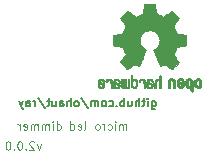
<source format=gbr>
%TF.GenerationSoftware,KiCad,Pcbnew,(6.0.9-0)*%
%TF.CreationDate,2023-01-16T20:49:35+01:00*%
%TF.ProjectId,ray2,72617932-2e6b-4696-9361-645f70636258,rev?*%
%TF.SameCoordinates,Original*%
%TF.FileFunction,Legend,Bot*%
%TF.FilePolarity,Positive*%
%FSLAX46Y46*%
G04 Gerber Fmt 4.6, Leading zero omitted, Abs format (unit mm)*
G04 Created by KiCad (PCBNEW (6.0.9-0)) date 2023-01-16 20:49:35*
%MOMM*%
%LPD*%
G01*
G04 APERTURE LIST*
%ADD10C,0.120000*%
%ADD11C,0.150000*%
%ADD12C,0.010000*%
G04 APERTURE END LIST*
D10*
X142156666Y-105886666D02*
X142156666Y-105420000D01*
X142156666Y-105486666D02*
X142123333Y-105453333D01*
X142056666Y-105420000D01*
X141956666Y-105420000D01*
X141890000Y-105453333D01*
X141856666Y-105520000D01*
X141856666Y-105886666D01*
X141856666Y-105520000D02*
X141823333Y-105453333D01*
X141756666Y-105420000D01*
X141656666Y-105420000D01*
X141590000Y-105453333D01*
X141556666Y-105520000D01*
X141556666Y-105886666D01*
X141223333Y-105886666D02*
X141223333Y-105420000D01*
X141223333Y-105186666D02*
X141256666Y-105220000D01*
X141223333Y-105253333D01*
X141190000Y-105220000D01*
X141223333Y-105186666D01*
X141223333Y-105253333D01*
X140590000Y-105853333D02*
X140656666Y-105886666D01*
X140790000Y-105886666D01*
X140856666Y-105853333D01*
X140890000Y-105820000D01*
X140923333Y-105753333D01*
X140923333Y-105553333D01*
X140890000Y-105486666D01*
X140856666Y-105453333D01*
X140790000Y-105420000D01*
X140656666Y-105420000D01*
X140590000Y-105453333D01*
X140290000Y-105886666D02*
X140290000Y-105420000D01*
X140290000Y-105553333D02*
X140256666Y-105486666D01*
X140223333Y-105453333D01*
X140156666Y-105420000D01*
X140090000Y-105420000D01*
X139756666Y-105886666D02*
X139823333Y-105853333D01*
X139856666Y-105820000D01*
X139890000Y-105753333D01*
X139890000Y-105553333D01*
X139856666Y-105486666D01*
X139823333Y-105453333D01*
X139756666Y-105420000D01*
X139656666Y-105420000D01*
X139590000Y-105453333D01*
X139556666Y-105486666D01*
X139523333Y-105553333D01*
X139523333Y-105753333D01*
X139556666Y-105820000D01*
X139590000Y-105853333D01*
X139656666Y-105886666D01*
X139756666Y-105886666D01*
X138590000Y-105886666D02*
X138656666Y-105853333D01*
X138690000Y-105786666D01*
X138690000Y-105186666D01*
X138056666Y-105853333D02*
X138123333Y-105886666D01*
X138256666Y-105886666D01*
X138323333Y-105853333D01*
X138356666Y-105786666D01*
X138356666Y-105520000D01*
X138323333Y-105453333D01*
X138256666Y-105420000D01*
X138123333Y-105420000D01*
X138056666Y-105453333D01*
X138023333Y-105520000D01*
X138023333Y-105586666D01*
X138356666Y-105653333D01*
X137423333Y-105886666D02*
X137423333Y-105186666D01*
X137423333Y-105853333D02*
X137490000Y-105886666D01*
X137623333Y-105886666D01*
X137690000Y-105853333D01*
X137723333Y-105820000D01*
X137756666Y-105753333D01*
X137756666Y-105553333D01*
X137723333Y-105486666D01*
X137690000Y-105453333D01*
X137623333Y-105420000D01*
X137490000Y-105420000D01*
X137423333Y-105453333D01*
X136256666Y-105886666D02*
X136256666Y-105186666D01*
X136256666Y-105853333D02*
X136323333Y-105886666D01*
X136456666Y-105886666D01*
X136523333Y-105853333D01*
X136556666Y-105820000D01*
X136590000Y-105753333D01*
X136590000Y-105553333D01*
X136556666Y-105486666D01*
X136523333Y-105453333D01*
X136456666Y-105420000D01*
X136323333Y-105420000D01*
X136256666Y-105453333D01*
X135923333Y-105886666D02*
X135923333Y-105420000D01*
X135923333Y-105186666D02*
X135956666Y-105220000D01*
X135923333Y-105253333D01*
X135890000Y-105220000D01*
X135923333Y-105186666D01*
X135923333Y-105253333D01*
X135590000Y-105886666D02*
X135590000Y-105420000D01*
X135590000Y-105486666D02*
X135556666Y-105453333D01*
X135490000Y-105420000D01*
X135390000Y-105420000D01*
X135323333Y-105453333D01*
X135290000Y-105520000D01*
X135290000Y-105886666D01*
X135290000Y-105520000D02*
X135256666Y-105453333D01*
X135190000Y-105420000D01*
X135090000Y-105420000D01*
X135023333Y-105453333D01*
X134990000Y-105520000D01*
X134990000Y-105886666D01*
X134656666Y-105886666D02*
X134656666Y-105420000D01*
X134656666Y-105486666D02*
X134623333Y-105453333D01*
X134556666Y-105420000D01*
X134456666Y-105420000D01*
X134390000Y-105453333D01*
X134356666Y-105520000D01*
X134356666Y-105886666D01*
X134356666Y-105520000D02*
X134323333Y-105453333D01*
X134256666Y-105420000D01*
X134156666Y-105420000D01*
X134090000Y-105453333D01*
X134056666Y-105520000D01*
X134056666Y-105886666D01*
X133456666Y-105853333D02*
X133523333Y-105886666D01*
X133656666Y-105886666D01*
X133723333Y-105853333D01*
X133756666Y-105786666D01*
X133756666Y-105520000D01*
X133723333Y-105453333D01*
X133656666Y-105420000D01*
X133523333Y-105420000D01*
X133456666Y-105453333D01*
X133423333Y-105520000D01*
X133423333Y-105586666D01*
X133756666Y-105653333D01*
X133123333Y-105886666D02*
X133123333Y-105420000D01*
X133123333Y-105553333D02*
X133090000Y-105486666D01*
X133056666Y-105453333D01*
X132990000Y-105420000D01*
X132923333Y-105420000D01*
D11*
X144296666Y-103450000D02*
X144296666Y-104016666D01*
X144330000Y-104083333D01*
X144363333Y-104116666D01*
X144430000Y-104150000D01*
X144530000Y-104150000D01*
X144596666Y-104116666D01*
X144296666Y-103883333D02*
X144363333Y-103916666D01*
X144496666Y-103916666D01*
X144563333Y-103883333D01*
X144596666Y-103850000D01*
X144630000Y-103783333D01*
X144630000Y-103583333D01*
X144596666Y-103516666D01*
X144563333Y-103483333D01*
X144496666Y-103450000D01*
X144363333Y-103450000D01*
X144296666Y-103483333D01*
X143963333Y-103916666D02*
X143963333Y-103450000D01*
X143963333Y-103216666D02*
X143996666Y-103250000D01*
X143963333Y-103283333D01*
X143930000Y-103250000D01*
X143963333Y-103216666D01*
X143963333Y-103283333D01*
X143730000Y-103450000D02*
X143463333Y-103450000D01*
X143630000Y-103216666D02*
X143630000Y-103816666D01*
X143596666Y-103883333D01*
X143530000Y-103916666D01*
X143463333Y-103916666D01*
X143230000Y-103916666D02*
X143230000Y-103216666D01*
X142930000Y-103916666D02*
X142930000Y-103550000D01*
X142963333Y-103483333D01*
X143030000Y-103450000D01*
X143130000Y-103450000D01*
X143196666Y-103483333D01*
X143230000Y-103516666D01*
X142296666Y-103450000D02*
X142296666Y-103916666D01*
X142596666Y-103450000D02*
X142596666Y-103816666D01*
X142563333Y-103883333D01*
X142496666Y-103916666D01*
X142396666Y-103916666D01*
X142330000Y-103883333D01*
X142296666Y-103850000D01*
X141963333Y-103916666D02*
X141963333Y-103216666D01*
X141963333Y-103483333D02*
X141896666Y-103450000D01*
X141763333Y-103450000D01*
X141696666Y-103483333D01*
X141663333Y-103516666D01*
X141630000Y-103583333D01*
X141630000Y-103783333D01*
X141663333Y-103850000D01*
X141696666Y-103883333D01*
X141763333Y-103916666D01*
X141896666Y-103916666D01*
X141963333Y-103883333D01*
X141330000Y-103850000D02*
X141296666Y-103883333D01*
X141330000Y-103916666D01*
X141363333Y-103883333D01*
X141330000Y-103850000D01*
X141330000Y-103916666D01*
X140696666Y-103883333D02*
X140763333Y-103916666D01*
X140896666Y-103916666D01*
X140963333Y-103883333D01*
X140996666Y-103850000D01*
X141030000Y-103783333D01*
X141030000Y-103583333D01*
X140996666Y-103516666D01*
X140963333Y-103483333D01*
X140896666Y-103450000D01*
X140763333Y-103450000D01*
X140696666Y-103483333D01*
X140296666Y-103916666D02*
X140363333Y-103883333D01*
X140396666Y-103850000D01*
X140430000Y-103783333D01*
X140430000Y-103583333D01*
X140396666Y-103516666D01*
X140363333Y-103483333D01*
X140296666Y-103450000D01*
X140196666Y-103450000D01*
X140130000Y-103483333D01*
X140096666Y-103516666D01*
X140063333Y-103583333D01*
X140063333Y-103783333D01*
X140096666Y-103850000D01*
X140130000Y-103883333D01*
X140196666Y-103916666D01*
X140296666Y-103916666D01*
X139763333Y-103916666D02*
X139763333Y-103450000D01*
X139763333Y-103516666D02*
X139730000Y-103483333D01*
X139663333Y-103450000D01*
X139563333Y-103450000D01*
X139496666Y-103483333D01*
X139463333Y-103550000D01*
X139463333Y-103916666D01*
X139463333Y-103550000D02*
X139430000Y-103483333D01*
X139363333Y-103450000D01*
X139263333Y-103450000D01*
X139196666Y-103483333D01*
X139163333Y-103550000D01*
X139163333Y-103916666D01*
X138330000Y-103183333D02*
X138930000Y-104083333D01*
X137996666Y-103916666D02*
X138063333Y-103883333D01*
X138096666Y-103850000D01*
X138130000Y-103783333D01*
X138130000Y-103583333D01*
X138096666Y-103516666D01*
X138063333Y-103483333D01*
X137996666Y-103450000D01*
X137896666Y-103450000D01*
X137830000Y-103483333D01*
X137796666Y-103516666D01*
X137763333Y-103583333D01*
X137763333Y-103783333D01*
X137796666Y-103850000D01*
X137830000Y-103883333D01*
X137896666Y-103916666D01*
X137996666Y-103916666D01*
X137463333Y-103916666D02*
X137463333Y-103216666D01*
X137163333Y-103916666D02*
X137163333Y-103550000D01*
X137196666Y-103483333D01*
X137263333Y-103450000D01*
X137363333Y-103450000D01*
X137430000Y-103483333D01*
X137463333Y-103516666D01*
X136530000Y-103916666D02*
X136530000Y-103550000D01*
X136563333Y-103483333D01*
X136630000Y-103450000D01*
X136763333Y-103450000D01*
X136830000Y-103483333D01*
X136530000Y-103883333D02*
X136596666Y-103916666D01*
X136763333Y-103916666D01*
X136830000Y-103883333D01*
X136863333Y-103816666D01*
X136863333Y-103750000D01*
X136830000Y-103683333D01*
X136763333Y-103650000D01*
X136596666Y-103650000D01*
X136530000Y-103616666D01*
X135896666Y-103450000D02*
X135896666Y-103916666D01*
X136196666Y-103450000D02*
X136196666Y-103816666D01*
X136163333Y-103883333D01*
X136096666Y-103916666D01*
X135996666Y-103916666D01*
X135930000Y-103883333D01*
X135896666Y-103850000D01*
X135663333Y-103450000D02*
X135396666Y-103450000D01*
X135563333Y-103216666D02*
X135563333Y-103816666D01*
X135530000Y-103883333D01*
X135463333Y-103916666D01*
X135396666Y-103916666D01*
X134663333Y-103183333D02*
X135263333Y-104083333D01*
X134430000Y-103916666D02*
X134430000Y-103450000D01*
X134430000Y-103583333D02*
X134396666Y-103516666D01*
X134363333Y-103483333D01*
X134296666Y-103450000D01*
X134230000Y-103450000D01*
X133696666Y-103916666D02*
X133696666Y-103550000D01*
X133730000Y-103483333D01*
X133796666Y-103450000D01*
X133930000Y-103450000D01*
X133996666Y-103483333D01*
X133696666Y-103883333D02*
X133763333Y-103916666D01*
X133930000Y-103916666D01*
X133996666Y-103883333D01*
X134030000Y-103816666D01*
X134030000Y-103750000D01*
X133996666Y-103683333D01*
X133930000Y-103650000D01*
X133763333Y-103650000D01*
X133696666Y-103616666D01*
X133430000Y-103450000D02*
X133263333Y-103916666D01*
X133096666Y-103450000D02*
X133263333Y-103916666D01*
X133330000Y-104083333D01*
X133363333Y-104116666D01*
X133430000Y-104150000D01*
D10*
X134900000Y-107110000D02*
X134733333Y-107576666D01*
X134566666Y-107110000D01*
X134333333Y-106943333D02*
X134300000Y-106910000D01*
X134233333Y-106876666D01*
X134066666Y-106876666D01*
X134000000Y-106910000D01*
X133966666Y-106943333D01*
X133933333Y-107010000D01*
X133933333Y-107076666D01*
X133966666Y-107176666D01*
X134366666Y-107576666D01*
X133933333Y-107576666D01*
X133633333Y-107510000D02*
X133600000Y-107543333D01*
X133633333Y-107576666D01*
X133666666Y-107543333D01*
X133633333Y-107510000D01*
X133633333Y-107576666D01*
X133166666Y-106876666D02*
X133100000Y-106876666D01*
X133033333Y-106910000D01*
X133000000Y-106943333D01*
X132966666Y-107010000D01*
X132933333Y-107143333D01*
X132933333Y-107310000D01*
X132966666Y-107443333D01*
X133000000Y-107510000D01*
X133033333Y-107543333D01*
X133100000Y-107576666D01*
X133166666Y-107576666D01*
X133233333Y-107543333D01*
X133266666Y-107510000D01*
X133300000Y-107443333D01*
X133333333Y-107310000D01*
X133333333Y-107143333D01*
X133300000Y-107010000D01*
X133266666Y-106943333D01*
X133233333Y-106910000D01*
X133166666Y-106876666D01*
X132633333Y-107510000D02*
X132600000Y-107543333D01*
X132633333Y-107576666D01*
X132666666Y-107543333D01*
X132633333Y-107510000D01*
X132633333Y-107576666D01*
X132166666Y-106876666D02*
X132100000Y-106876666D01*
X132033333Y-106910000D01*
X132000000Y-106943333D01*
X131966666Y-107010000D01*
X131933333Y-107143333D01*
X131933333Y-107310000D01*
X131966666Y-107443333D01*
X132000000Y-107510000D01*
X132033333Y-107543333D01*
X132100000Y-107576666D01*
X132166666Y-107576666D01*
X132233333Y-107543333D01*
X132266666Y-107510000D01*
X132300000Y-107443333D01*
X132333333Y-107310000D01*
X132333333Y-107143333D01*
X132300000Y-107010000D01*
X132266666Y-106943333D01*
X132233333Y-106910000D01*
X132166666Y-106876666D01*
%TO.C,REF\u002A\u002A*%
G36*
X141383936Y-101559911D02*
G01*
X141425807Y-101570547D01*
X141464791Y-101597062D01*
X141514965Y-101646420D01*
X141547232Y-101681279D01*
X141580844Y-101726534D01*
X141596003Y-101768951D01*
X141599539Y-101822768D01*
X141599539Y-101910850D01*
X141539470Y-101879787D01*
X141491867Y-101841936D01*
X141459261Y-101790950D01*
X141453661Y-101777088D01*
X141410992Y-101723358D01*
X141351707Y-101696417D01*
X141287061Y-101699039D01*
X141228308Y-101734000D01*
X141203450Y-101762394D01*
X141188970Y-101798718D01*
X141204470Y-101831046D01*
X141252667Y-101863565D01*
X141336274Y-101900461D01*
X141348962Y-101905557D01*
X141425078Y-101938907D01*
X141490396Y-101971793D01*
X141531953Y-101997769D01*
X141573576Y-102044167D01*
X141601247Y-102118211D01*
X141598310Y-102197670D01*
X141565571Y-102272868D01*
X141503841Y-102334131D01*
X141453858Y-102360210D01*
X141357303Y-102378470D01*
X141303647Y-102376007D01*
X141253976Y-102362687D01*
X141234919Y-102334739D01*
X141242045Y-102288710D01*
X141244118Y-102282624D01*
X141260556Y-102250349D01*
X141287926Y-102238133D01*
X141340068Y-102238950D01*
X141376884Y-102240061D01*
X141419961Y-102230528D01*
X141449475Y-102202026D01*
X141466286Y-102166935D01*
X141468161Y-102130175D01*
X141468074Y-102129961D01*
X141446279Y-102110098D01*
X141399632Y-102081192D01*
X141339278Y-102048886D01*
X141276360Y-102018823D01*
X141222023Y-101996646D01*
X141187410Y-101988000D01*
X141182260Y-101996467D01*
X141175778Y-102036309D01*
X141171339Y-102101371D01*
X141169692Y-102183385D01*
X141169309Y-102240153D01*
X141167505Y-102311648D01*
X141164558Y-102360610D01*
X141160843Y-102378769D01*
X141141424Y-102372667D01*
X141102227Y-102356095D01*
X141052462Y-102333420D01*
X141052462Y-102042509D01*
X141052780Y-101967940D01*
X141055789Y-101854701D01*
X141063454Y-101770692D01*
X141077562Y-101709520D01*
X141099899Y-101664795D01*
X141132253Y-101630124D01*
X141176410Y-101599117D01*
X141232667Y-101573528D01*
X141336540Y-101558154D01*
X141383936Y-101559911D01*
G37*
D12*
X141383936Y-101559911D02*
X141425807Y-101570547D01*
X141464791Y-101597062D01*
X141514965Y-101646420D01*
X141547232Y-101681279D01*
X141580844Y-101726534D01*
X141596003Y-101768951D01*
X141599539Y-101822768D01*
X141599539Y-101910850D01*
X141539470Y-101879787D01*
X141491867Y-101841936D01*
X141459261Y-101790950D01*
X141453661Y-101777088D01*
X141410992Y-101723358D01*
X141351707Y-101696417D01*
X141287061Y-101699039D01*
X141228308Y-101734000D01*
X141203450Y-101762394D01*
X141188970Y-101798718D01*
X141204470Y-101831046D01*
X141252667Y-101863565D01*
X141336274Y-101900461D01*
X141348962Y-101905557D01*
X141425078Y-101938907D01*
X141490396Y-101971793D01*
X141531953Y-101997769D01*
X141573576Y-102044167D01*
X141601247Y-102118211D01*
X141598310Y-102197670D01*
X141565571Y-102272868D01*
X141503841Y-102334131D01*
X141453858Y-102360210D01*
X141357303Y-102378470D01*
X141303647Y-102376007D01*
X141253976Y-102362687D01*
X141234919Y-102334739D01*
X141242045Y-102288710D01*
X141244118Y-102282624D01*
X141260556Y-102250349D01*
X141287926Y-102238133D01*
X141340068Y-102238950D01*
X141376884Y-102240061D01*
X141419961Y-102230528D01*
X141449475Y-102202026D01*
X141466286Y-102166935D01*
X141468161Y-102130175D01*
X141468074Y-102129961D01*
X141446279Y-102110098D01*
X141399632Y-102081192D01*
X141339278Y-102048886D01*
X141276360Y-102018823D01*
X141222023Y-101996646D01*
X141187410Y-101988000D01*
X141182260Y-101996467D01*
X141175778Y-102036309D01*
X141171339Y-102101371D01*
X141169692Y-102183385D01*
X141169309Y-102240153D01*
X141167505Y-102311648D01*
X141164558Y-102360610D01*
X141160843Y-102378769D01*
X141141424Y-102372667D01*
X141102227Y-102356095D01*
X141052462Y-102333420D01*
X141052462Y-102042509D01*
X141052780Y-101967940D01*
X141055789Y-101854701D01*
X141063454Y-101770692D01*
X141077562Y-101709520D01*
X141099899Y-101664795D01*
X141132253Y-101630124D01*
X141176410Y-101599117D01*
X141232667Y-101573528D01*
X141336540Y-101558154D01*
X141383936Y-101559911D01*
G36*
X142307998Y-101564034D02*
G01*
X142350850Y-101580829D01*
X142400615Y-101603503D01*
X142400615Y-102258533D01*
X142338785Y-102320363D01*
X142324662Y-102334228D01*
X142285536Y-102365046D01*
X142246078Y-102375028D01*
X142187362Y-102370433D01*
X142163456Y-102367462D01*
X142101801Y-102361176D01*
X142058692Y-102358672D01*
X142045905Y-102359055D01*
X141993446Y-102363200D01*
X141930022Y-102370433D01*
X141909730Y-102372918D01*
X141858610Y-102373895D01*
X141821207Y-102358462D01*
X141778599Y-102320363D01*
X141716769Y-102258533D01*
X141716769Y-101908343D01*
X141717251Y-101804857D01*
X141718753Y-101706192D01*
X141721089Y-101628068D01*
X141724071Y-101576662D01*
X141727509Y-101558154D01*
X141728230Y-101558204D01*
X141753203Y-101567413D01*
X141795399Y-101587707D01*
X141852549Y-101617261D01*
X141857928Y-101924746D01*
X141863308Y-102232231D01*
X141980539Y-102232231D01*
X141985885Y-101895192D01*
X141987579Y-101803574D01*
X141990005Y-101705649D01*
X141992634Y-101627906D01*
X141995246Y-101576642D01*
X141997623Y-101558154D01*
X141998306Y-101558219D01*
X142021996Y-101565020D01*
X142065546Y-101579604D01*
X142127077Y-101601054D01*
X142127376Y-101897104D01*
X142127676Y-101948532D01*
X142129754Y-102048466D01*
X142133470Y-102131925D01*
X142138430Y-102191377D01*
X142144240Y-102219287D01*
X142165024Y-102234214D01*
X142207440Y-102238825D01*
X142254077Y-102232231D01*
X142259423Y-101895192D01*
X142261336Y-101809546D01*
X142265303Y-101708172D01*
X142270491Y-101628655D01*
X142276499Y-101576736D01*
X142282927Y-101558154D01*
X142307998Y-101564034D01*
G37*
X142307998Y-101564034D02*
X142350850Y-101580829D01*
X142400615Y-101603503D01*
X142400615Y-102258533D01*
X142338785Y-102320363D01*
X142324662Y-102334228D01*
X142285536Y-102365046D01*
X142246078Y-102375028D01*
X142187362Y-102370433D01*
X142163456Y-102367462D01*
X142101801Y-102361176D01*
X142058692Y-102358672D01*
X142045905Y-102359055D01*
X141993446Y-102363200D01*
X141930022Y-102370433D01*
X141909730Y-102372918D01*
X141858610Y-102373895D01*
X141821207Y-102358462D01*
X141778599Y-102320363D01*
X141716769Y-102258533D01*
X141716769Y-101908343D01*
X141717251Y-101804857D01*
X141718753Y-101706192D01*
X141721089Y-101628068D01*
X141724071Y-101576662D01*
X141727509Y-101558154D01*
X141728230Y-101558204D01*
X141753203Y-101567413D01*
X141795399Y-101587707D01*
X141852549Y-101617261D01*
X141857928Y-101924746D01*
X141863308Y-102232231D01*
X141980539Y-102232231D01*
X141985885Y-101895192D01*
X141987579Y-101803574D01*
X141990005Y-101705649D01*
X141992634Y-101627906D01*
X141995246Y-101576642D01*
X141997623Y-101558154D01*
X141998306Y-101558219D01*
X142021996Y-101565020D01*
X142065546Y-101579604D01*
X142127077Y-101601054D01*
X142127376Y-101897104D01*
X142127676Y-101948532D01*
X142129754Y-102048466D01*
X142133470Y-102131925D01*
X142138430Y-102191377D01*
X142144240Y-102219287D01*
X142165024Y-102234214D01*
X142207440Y-102238825D01*
X142254077Y-102232231D01*
X142259423Y-101895192D01*
X142261336Y-101809546D01*
X142265303Y-101708172D01*
X142270491Y-101628655D01*
X142276499Y-101576736D01*
X142282927Y-101558154D01*
X142307998Y-101564034D01*
G36*
X144240458Y-101579228D02*
G01*
X144307622Y-101618389D01*
X144337169Y-101648902D01*
X144393948Y-101740110D01*
X144413077Y-101839548D01*
X144413077Y-101907960D01*
X144350191Y-101881518D01*
X144306700Y-101854837D01*
X144272426Y-101799446D01*
X144268907Y-101788024D01*
X144231028Y-101729838D01*
X144173936Y-101698407D01*
X144108383Y-101697058D01*
X144045117Y-101729116D01*
X144035672Y-101737383D01*
X144004087Y-101773311D01*
X143998871Y-101804635D01*
X144022765Y-101835391D01*
X144078510Y-101869617D01*
X144168846Y-101911350D01*
X144174956Y-101913993D01*
X144275241Y-101960755D01*
X144343735Y-102002181D01*
X144385899Y-102043542D01*
X144407193Y-102090111D01*
X144413077Y-102147160D01*
X144405366Y-102210408D01*
X144366430Y-102291364D01*
X144297932Y-102349522D01*
X144248388Y-102366983D01*
X144178469Y-102376537D01*
X144110575Y-102374496D01*
X144062093Y-102360082D01*
X144056943Y-102356493D01*
X144043267Y-102331416D01*
X144052757Y-102287218D01*
X144069246Y-102252527D01*
X144095687Y-102238084D01*
X144145834Y-102238803D01*
X144215453Y-102234660D01*
X144260943Y-102206054D01*
X144276308Y-102153104D01*
X144276294Y-102151582D01*
X144266983Y-102120845D01*
X144235311Y-102092643D01*
X144173731Y-102060136D01*
X144089986Y-102020998D01*
X144034518Y-101999706D01*
X144002497Y-102001079D01*
X143987534Y-102029203D01*
X143983242Y-102088170D01*
X143983231Y-102182068D01*
X143982752Y-102240031D01*
X143980556Y-102311612D01*
X143976986Y-102360606D01*
X143972491Y-102378769D01*
X143971290Y-102378646D01*
X143945319Y-102368802D01*
X143902305Y-102348028D01*
X143842859Y-102317287D01*
X143849923Y-102040298D01*
X143850414Y-102021928D01*
X143856025Y-101892992D01*
X143865938Y-101795814D01*
X143882175Y-101723925D01*
X143906759Y-101670852D01*
X143941715Y-101630127D01*
X143989064Y-101595279D01*
X143989940Y-101594733D01*
X144066499Y-101566303D01*
X144155044Y-101561500D01*
X144240458Y-101579228D01*
G37*
X144240458Y-101579228D02*
X144307622Y-101618389D01*
X144337169Y-101648902D01*
X144393948Y-101740110D01*
X144413077Y-101839548D01*
X144413077Y-101907960D01*
X144350191Y-101881518D01*
X144306700Y-101854837D01*
X144272426Y-101799446D01*
X144268907Y-101788024D01*
X144231028Y-101729838D01*
X144173936Y-101698407D01*
X144108383Y-101697058D01*
X144045117Y-101729116D01*
X144035672Y-101737383D01*
X144004087Y-101773311D01*
X143998871Y-101804635D01*
X144022765Y-101835391D01*
X144078510Y-101869617D01*
X144168846Y-101911350D01*
X144174956Y-101913993D01*
X144275241Y-101960755D01*
X144343735Y-102002181D01*
X144385899Y-102043542D01*
X144407193Y-102090111D01*
X144413077Y-102147160D01*
X144405366Y-102210408D01*
X144366430Y-102291364D01*
X144297932Y-102349522D01*
X144248388Y-102366983D01*
X144178469Y-102376537D01*
X144110575Y-102374496D01*
X144062093Y-102360082D01*
X144056943Y-102356493D01*
X144043267Y-102331416D01*
X144052757Y-102287218D01*
X144069246Y-102252527D01*
X144095687Y-102238084D01*
X144145834Y-102238803D01*
X144215453Y-102234660D01*
X144260943Y-102206054D01*
X144276308Y-102153104D01*
X144276294Y-102151582D01*
X144266983Y-102120845D01*
X144235311Y-102092643D01*
X144173731Y-102060136D01*
X144089986Y-102020998D01*
X144034518Y-101999706D01*
X144002497Y-102001079D01*
X143987534Y-102029203D01*
X143983242Y-102088170D01*
X143983231Y-102182068D01*
X143982752Y-102240031D01*
X143980556Y-102311612D01*
X143976986Y-102360606D01*
X143972491Y-102378769D01*
X143971290Y-102378646D01*
X143945319Y-102368802D01*
X143902305Y-102348028D01*
X143842859Y-102317287D01*
X143849923Y-102040298D01*
X143850414Y-102021928D01*
X143856025Y-101892992D01*
X143865938Y-101795814D01*
X143882175Y-101723925D01*
X143906759Y-101670852D01*
X143941715Y-101630127D01*
X143989064Y-101595279D01*
X143989940Y-101594733D01*
X144066499Y-101566303D01*
X144155044Y-101561500D01*
X144240458Y-101579228D01*
G36*
X140731501Y-101566476D02*
G01*
X140812167Y-101596440D01*
X140845714Y-101618954D01*
X140879687Y-101651212D01*
X140903919Y-101692246D01*
X140920001Y-101748108D01*
X140929521Y-101824851D01*
X140934068Y-101928525D01*
X140935231Y-102065184D01*
X140935003Y-102135805D01*
X140933860Y-102232308D01*
X140931919Y-102309323D01*
X140929365Y-102360319D01*
X140926381Y-102378769D01*
X140906962Y-102372667D01*
X140867766Y-102356095D01*
X140866589Y-102355558D01*
X140846235Y-102344903D01*
X140832546Y-102330282D01*
X140824199Y-102304673D01*
X140819874Y-102261054D01*
X140818248Y-102192403D01*
X140818000Y-102091698D01*
X140817500Y-102027813D01*
X140812164Y-101907751D01*
X140799945Y-101819809D01*
X140779552Y-101759375D01*
X140749695Y-101721836D01*
X140709082Y-101702581D01*
X140703448Y-101701239D01*
X140627378Y-101700191D01*
X140568052Y-101734271D01*
X140527077Y-101802598D01*
X140519770Y-101822351D01*
X140503114Y-101866066D01*
X140494679Y-101886155D01*
X140477356Y-101883387D01*
X140439525Y-101868365D01*
X140404240Y-101843556D01*
X140388154Y-101796670D01*
X140392952Y-101763087D01*
X140422431Y-101694967D01*
X140470098Y-101631134D01*
X140525839Y-101586988D01*
X140549193Y-101576782D01*
X140637619Y-101559718D01*
X140731501Y-101566476D01*
G37*
X140731501Y-101566476D02*
X140812167Y-101596440D01*
X140845714Y-101618954D01*
X140879687Y-101651212D01*
X140903919Y-101692246D01*
X140920001Y-101748108D01*
X140929521Y-101824851D01*
X140934068Y-101928525D01*
X140935231Y-102065184D01*
X140935003Y-102135805D01*
X140933860Y-102232308D01*
X140931919Y-102309323D01*
X140929365Y-102360319D01*
X140926381Y-102378769D01*
X140906962Y-102372667D01*
X140867766Y-102356095D01*
X140866589Y-102355558D01*
X140846235Y-102344903D01*
X140832546Y-102330282D01*
X140824199Y-102304673D01*
X140819874Y-102261054D01*
X140818248Y-102192403D01*
X140818000Y-102091698D01*
X140817500Y-102027813D01*
X140812164Y-101907751D01*
X140799945Y-101819809D01*
X140779552Y-101759375D01*
X140749695Y-101721836D01*
X140709082Y-101702581D01*
X140703448Y-101701239D01*
X140627378Y-101700191D01*
X140568052Y-101734271D01*
X140527077Y-101802598D01*
X140519770Y-101822351D01*
X140503114Y-101866066D01*
X140494679Y-101886155D01*
X140477356Y-101883387D01*
X140439525Y-101868365D01*
X140404240Y-101843556D01*
X140388154Y-101796670D01*
X140392952Y-101763087D01*
X140422431Y-101694967D01*
X140470098Y-101631134D01*
X140525839Y-101586988D01*
X140549193Y-101576782D01*
X140637619Y-101559718D01*
X140731501Y-101566476D01*
G36*
X143591892Y-101587167D02*
G01*
X143598060Y-101590581D01*
X143648447Y-101629692D01*
X143693498Y-101679975D01*
X143701355Y-101691339D01*
X143716376Y-101717860D01*
X143727107Y-101749336D01*
X143734486Y-101792591D01*
X143739452Y-101854449D01*
X143742942Y-101941733D01*
X143745893Y-102061269D01*
X143746311Y-102081478D01*
X143747654Y-102212499D01*
X143745761Y-102305296D01*
X143740605Y-102360507D01*
X143732158Y-102378769D01*
X143706594Y-102373301D01*
X143663166Y-102356733D01*
X143652940Y-102351888D01*
X143636967Y-102340920D01*
X143625954Y-102322890D01*
X143618750Y-102291396D01*
X143614208Y-102240036D01*
X143611180Y-102162410D01*
X143608516Y-102052115D01*
X143607785Y-102019875D01*
X143604965Y-101918050D01*
X143601304Y-101846788D01*
X143595694Y-101799332D01*
X143587029Y-101768925D01*
X143574202Y-101748810D01*
X143556105Y-101732229D01*
X143502525Y-101703161D01*
X143436612Y-101697564D01*
X143377635Y-101719807D01*
X143335203Y-101765859D01*
X143318923Y-101831692D01*
X143318470Y-101849587D01*
X143309578Y-101881982D01*
X143283325Y-101886925D01*
X143231919Y-101867633D01*
X143220013Y-101861446D01*
X143187835Y-101825058D01*
X143187198Y-101770954D01*
X143217856Y-101696128D01*
X143245978Y-101655350D01*
X143317883Y-101597421D01*
X143406638Y-101564670D01*
X143501542Y-101560212D01*
X143591892Y-101587167D01*
G37*
X143591892Y-101587167D02*
X143598060Y-101590581D01*
X143648447Y-101629692D01*
X143693498Y-101679975D01*
X143701355Y-101691339D01*
X143716376Y-101717860D01*
X143727107Y-101749336D01*
X143734486Y-101792591D01*
X143739452Y-101854449D01*
X143742942Y-101941733D01*
X143745893Y-102061269D01*
X143746311Y-102081478D01*
X143747654Y-102212499D01*
X143745761Y-102305296D01*
X143740605Y-102360507D01*
X143732158Y-102378769D01*
X143706594Y-102373301D01*
X143663166Y-102356733D01*
X143652940Y-102351888D01*
X143636967Y-102340920D01*
X143625954Y-102322890D01*
X143618750Y-102291396D01*
X143614208Y-102240036D01*
X143611180Y-102162410D01*
X143608516Y-102052115D01*
X143607785Y-102019875D01*
X143604965Y-101918050D01*
X143601304Y-101846788D01*
X143595694Y-101799332D01*
X143587029Y-101768925D01*
X143574202Y-101748810D01*
X143556105Y-101732229D01*
X143502525Y-101703161D01*
X143436612Y-101697564D01*
X143377635Y-101719807D01*
X143335203Y-101765859D01*
X143318923Y-101831692D01*
X143318470Y-101849587D01*
X143309578Y-101881982D01*
X143283325Y-101886925D01*
X143231919Y-101867633D01*
X143220013Y-101861446D01*
X143187835Y-101825058D01*
X143187198Y-101770954D01*
X143217856Y-101696128D01*
X143245978Y-101655350D01*
X143317883Y-101597421D01*
X143406638Y-101564670D01*
X143501542Y-101560212D01*
X143591892Y-101587167D01*
G36*
X145096923Y-101321806D02*
G01*
X145096923Y-101856455D01*
X145096660Y-101995094D01*
X145095958Y-102119805D01*
X145094883Y-102225557D01*
X145093500Y-102307322D01*
X145091874Y-102360069D01*
X145090070Y-102378769D01*
X145089364Y-102378706D01*
X145065387Y-102371912D01*
X145021685Y-102357320D01*
X144960154Y-102335870D01*
X144960154Y-102060617D01*
X144959763Y-101952466D01*
X144957946Y-101874026D01*
X144953767Y-101820647D01*
X144946286Y-101785256D01*
X144934567Y-101760779D01*
X144917671Y-101740144D01*
X144906152Y-101729170D01*
X144843864Y-101698775D01*
X144775211Y-101701466D01*
X144712298Y-101737406D01*
X144703139Y-101746325D01*
X144688471Y-101764844D01*
X144678433Y-101789326D01*
X144672151Y-101826393D01*
X144668748Y-101882667D01*
X144667349Y-101964771D01*
X144667077Y-102079329D01*
X144666947Y-102137430D01*
X144666099Y-102232993D01*
X144664594Y-102309526D01*
X144662585Y-102360345D01*
X144660223Y-102378769D01*
X144659518Y-102378706D01*
X144635541Y-102371912D01*
X144591839Y-102357320D01*
X144530308Y-102335870D01*
X144530338Y-102059358D01*
X144530384Y-102034742D01*
X144532970Y-101906419D01*
X144540913Y-101809384D01*
X144556155Y-101737057D01*
X144580636Y-101682855D01*
X144616298Y-101640198D01*
X144665082Y-101602505D01*
X144712661Y-101578910D01*
X144788732Y-101560672D01*
X144863556Y-101559636D01*
X144921077Y-101577378D01*
X144925402Y-101579829D01*
X144938738Y-101579566D01*
X144947851Y-101559039D01*
X144954428Y-101511980D01*
X144960154Y-101432120D01*
X144969923Y-101268236D01*
X145096923Y-101321806D01*
G37*
X145096923Y-101321806D02*
X145096923Y-101856455D01*
X145096660Y-101995094D01*
X145095958Y-102119805D01*
X145094883Y-102225557D01*
X145093500Y-102307322D01*
X145091874Y-102360069D01*
X145090070Y-102378769D01*
X145089364Y-102378706D01*
X145065387Y-102371912D01*
X145021685Y-102357320D01*
X144960154Y-102335870D01*
X144960154Y-102060617D01*
X144959763Y-101952466D01*
X144957946Y-101874026D01*
X144953767Y-101820647D01*
X144946286Y-101785256D01*
X144934567Y-101760779D01*
X144917671Y-101740144D01*
X144906152Y-101729170D01*
X144843864Y-101698775D01*
X144775211Y-101701466D01*
X144712298Y-101737406D01*
X144703139Y-101746325D01*
X144688471Y-101764844D01*
X144678433Y-101789326D01*
X144672151Y-101826393D01*
X144668748Y-101882667D01*
X144667349Y-101964771D01*
X144667077Y-102079329D01*
X144666947Y-102137430D01*
X144666099Y-102232993D01*
X144664594Y-102309526D01*
X144662585Y-102360345D01*
X144660223Y-102378769D01*
X144659518Y-102378706D01*
X144635541Y-102371912D01*
X144591839Y-102357320D01*
X144530308Y-102335870D01*
X144530338Y-102059358D01*
X144530384Y-102034742D01*
X144532970Y-101906419D01*
X144540913Y-101809384D01*
X144556155Y-101737057D01*
X144580636Y-101682855D01*
X144616298Y-101640198D01*
X144665082Y-101602505D01*
X144712661Y-101578910D01*
X144788732Y-101560672D01*
X144863556Y-101559636D01*
X144921077Y-101577378D01*
X144925402Y-101579829D01*
X144938738Y-101579566D01*
X144947851Y-101559039D01*
X144954428Y-101511980D01*
X144960154Y-101432120D01*
X144969923Y-101268236D01*
X145096923Y-101321806D01*
G36*
X148516135Y-101970105D02*
G01*
X148515076Y-102064584D01*
X148511436Y-102130414D01*
X148503892Y-102176394D01*
X148491122Y-102211321D01*
X148471803Y-102243995D01*
X148467050Y-102250775D01*
X148416759Y-102304231D01*
X148359457Y-102344547D01*
X148330032Y-102357629D01*
X148224299Y-102379450D01*
X148119734Y-102365336D01*
X148023368Y-102317105D01*
X147942235Y-102236579D01*
X147935385Y-102225791D01*
X147913097Y-102163153D01*
X147898079Y-102075935D01*
X147890792Y-101975210D01*
X147891611Y-101882037D01*
X148088796Y-101882037D01*
X148090349Y-102011114D01*
X148090974Y-102019420D01*
X148100077Y-102090643D01*
X148116288Y-102135809D01*
X148143660Y-102166752D01*
X148189553Y-102195737D01*
X148234942Y-102197261D01*
X148281692Y-102163846D01*
X148289824Y-102155053D01*
X148305754Y-102128741D01*
X148315159Y-102090520D01*
X148319632Y-102031349D01*
X148320769Y-101942182D01*
X148318822Y-101858664D01*
X148309105Y-101779095D01*
X148289047Y-101728808D01*
X148256240Y-101702513D01*
X148208280Y-101694923D01*
X148190016Y-101696432D01*
X148138848Y-101724107D01*
X148105035Y-101786172D01*
X148088796Y-101882037D01*
X147891611Y-101882037D01*
X147891699Y-101872052D01*
X147901262Y-101777533D01*
X147919943Y-101702727D01*
X147943951Y-101652905D01*
X148011536Y-101575409D01*
X148103114Y-101527256D01*
X148215213Y-101510703D01*
X148245151Y-101511599D01*
X148333315Y-101529929D01*
X148405733Y-101576104D01*
X148472192Y-101655648D01*
X148476147Y-101661548D01*
X148494040Y-101693288D01*
X148505678Y-101729163D01*
X148512371Y-101777906D01*
X148515426Y-101848249D01*
X148516106Y-101942182D01*
X148516154Y-101948923D01*
X148516135Y-101970105D01*
G37*
X148516135Y-101970105D02*
X148515076Y-102064584D01*
X148511436Y-102130414D01*
X148503892Y-102176394D01*
X148491122Y-102211321D01*
X148471803Y-102243995D01*
X148467050Y-102250775D01*
X148416759Y-102304231D01*
X148359457Y-102344547D01*
X148330032Y-102357629D01*
X148224299Y-102379450D01*
X148119734Y-102365336D01*
X148023368Y-102317105D01*
X147942235Y-102236579D01*
X147935385Y-102225791D01*
X147913097Y-102163153D01*
X147898079Y-102075935D01*
X147890792Y-101975210D01*
X147891611Y-101882037D01*
X148088796Y-101882037D01*
X148090349Y-102011114D01*
X148090974Y-102019420D01*
X148100077Y-102090643D01*
X148116288Y-102135809D01*
X148143660Y-102166752D01*
X148189553Y-102195737D01*
X148234942Y-102197261D01*
X148281692Y-102163846D01*
X148289824Y-102155053D01*
X148305754Y-102128741D01*
X148315159Y-102090520D01*
X148319632Y-102031349D01*
X148320769Y-101942182D01*
X148318822Y-101858664D01*
X148309105Y-101779095D01*
X148289047Y-101728808D01*
X148256240Y-101702513D01*
X148208280Y-101694923D01*
X148190016Y-101696432D01*
X148138848Y-101724107D01*
X148105035Y-101786172D01*
X148088796Y-101882037D01*
X147891611Y-101882037D01*
X147891699Y-101872052D01*
X147901262Y-101777533D01*
X147919943Y-101702727D01*
X147943951Y-101652905D01*
X148011536Y-101575409D01*
X148103114Y-101527256D01*
X148215213Y-101510703D01*
X148245151Y-101511599D01*
X148333315Y-101529929D01*
X148405733Y-101576104D01*
X148472192Y-101655648D01*
X148476147Y-101661548D01*
X148494040Y-101693288D01*
X148505678Y-101729163D01*
X148512371Y-101777906D01*
X148515426Y-101848249D01*
X148516106Y-101942182D01*
X148516154Y-101948923D01*
X148516135Y-101970105D01*
G36*
X143082839Y-102044652D02*
G01*
X143071810Y-102148507D01*
X143047814Y-102226333D01*
X143008043Y-102285760D01*
X142949688Y-102334418D01*
X142894100Y-102362546D01*
X142800751Y-102378199D01*
X142707530Y-102361084D01*
X142623272Y-102313388D01*
X142556818Y-102237294D01*
X142548793Y-102223262D01*
X142538196Y-102198679D01*
X142530335Y-102167309D01*
X142524807Y-102123769D01*
X142521206Y-102062678D01*
X142519128Y-101978655D01*
X142519064Y-101971200D01*
X142654615Y-101971200D01*
X142655077Y-102042316D01*
X142657999Y-102106641D01*
X142665221Y-102148166D01*
X142678561Y-102176067D01*
X142699836Y-102199517D01*
X142704821Y-102204025D01*
X142768863Y-102237295D01*
X142836625Y-102233890D01*
X142899734Y-102194042D01*
X142918526Y-102173398D01*
X142934254Y-102146029D01*
X142943039Y-102108192D01*
X142946859Y-102050355D01*
X142947692Y-101962986D01*
X142947281Y-101896319D01*
X142944434Y-101831245D01*
X142937256Y-101789251D01*
X142923889Y-101761063D01*
X142902472Y-101737406D01*
X142889890Y-101726753D01*
X142824699Y-101698057D01*
X142756400Y-101702575D01*
X142697098Y-101740144D01*
X142684333Y-101755040D01*
X142668764Y-101783089D01*
X142659762Y-101822258D01*
X142655617Y-101881858D01*
X142654615Y-101971200D01*
X142519064Y-101971200D01*
X142518167Y-101866320D01*
X142517919Y-101720289D01*
X142517846Y-101266963D01*
X142581346Y-101293564D01*
X142598136Y-101300845D01*
X142624859Y-101317287D01*
X142640156Y-101342187D01*
X142648563Y-101385732D01*
X142654615Y-101458106D01*
X142660144Y-101523089D01*
X142667450Y-101565750D01*
X142677918Y-101581670D01*
X142693692Y-101577400D01*
X142733890Y-101562397D01*
X142805728Y-101558678D01*
X142883010Y-101572572D01*
X142949688Y-101602505D01*
X142986371Y-101630211D01*
X143033472Y-101684269D01*
X143063638Y-101753577D01*
X143079678Y-101845765D01*
X143084191Y-101962986D01*
X143084401Y-101968462D01*
X143082839Y-102044652D01*
G37*
X143082839Y-102044652D02*
X143071810Y-102148507D01*
X143047814Y-102226333D01*
X143008043Y-102285760D01*
X142949688Y-102334418D01*
X142894100Y-102362546D01*
X142800751Y-102378199D01*
X142707530Y-102361084D01*
X142623272Y-102313388D01*
X142556818Y-102237294D01*
X142548793Y-102223262D01*
X142538196Y-102198679D01*
X142530335Y-102167309D01*
X142524807Y-102123769D01*
X142521206Y-102062678D01*
X142519128Y-101978655D01*
X142519064Y-101971200D01*
X142654615Y-101971200D01*
X142655077Y-102042316D01*
X142657999Y-102106641D01*
X142665221Y-102148166D01*
X142678561Y-102176067D01*
X142699836Y-102199517D01*
X142704821Y-102204025D01*
X142768863Y-102237295D01*
X142836625Y-102233890D01*
X142899734Y-102194042D01*
X142918526Y-102173398D01*
X142934254Y-102146029D01*
X142943039Y-102108192D01*
X142946859Y-102050355D01*
X142947692Y-101962986D01*
X142947281Y-101896319D01*
X142944434Y-101831245D01*
X142937256Y-101789251D01*
X142923889Y-101761063D01*
X142902472Y-101737406D01*
X142889890Y-101726753D01*
X142824699Y-101698057D01*
X142756400Y-101702575D01*
X142697098Y-101740144D01*
X142684333Y-101755040D01*
X142668764Y-101783089D01*
X142659762Y-101822258D01*
X142655617Y-101881858D01*
X142654615Y-101971200D01*
X142519064Y-101971200D01*
X142518167Y-101866320D01*
X142517919Y-101720289D01*
X142517846Y-101266963D01*
X142581346Y-101293564D01*
X142598136Y-101300845D01*
X142624859Y-101317287D01*
X142640156Y-101342187D01*
X142648563Y-101385732D01*
X142654615Y-101458106D01*
X142660144Y-101523089D01*
X142667450Y-101565750D01*
X142677918Y-101581670D01*
X142693692Y-101577400D01*
X142733890Y-101562397D01*
X142805728Y-101558678D01*
X142883010Y-101572572D01*
X142949688Y-101602505D01*
X142986371Y-101630211D01*
X143033472Y-101684269D01*
X143063638Y-101753577D01*
X143079678Y-101845765D01*
X143084191Y-101962986D01*
X143084401Y-101968462D01*
X143082839Y-102044652D01*
G36*
X140270413Y-102024449D02*
G01*
X140265641Y-102127047D01*
X140253150Y-102202126D01*
X140230121Y-102257748D01*
X140193732Y-102301975D01*
X140141162Y-102342869D01*
X140107714Y-102361466D01*
X140054098Y-102373991D01*
X139978780Y-102373003D01*
X139936672Y-102369035D01*
X139885879Y-102356920D01*
X139845280Y-102330585D01*
X139798049Y-102281514D01*
X139791738Y-102274346D01*
X139749277Y-102219189D01*
X139729018Y-102171150D01*
X139723846Y-102114184D01*
X139723846Y-102030471D01*
X139782346Y-102052552D01*
X139824994Y-102078364D01*
X139862064Y-102138928D01*
X139869803Y-102158320D01*
X139913074Y-102213235D01*
X139971976Y-102240879D01*
X140036111Y-102238393D01*
X140095077Y-102202923D01*
X140115342Y-102180805D01*
X140133720Y-102147436D01*
X140127971Y-102117117D01*
X140094887Y-102085913D01*
X140031261Y-102049887D01*
X139933885Y-102005103D01*
X139733615Y-101917445D01*
X139728301Y-101830607D01*
X139730299Y-101775296D01*
X139860783Y-101775296D01*
X139870688Y-101809538D01*
X139915756Y-101846096D01*
X139997557Y-101887692D01*
X140011092Y-101893718D01*
X140075818Y-101921753D01*
X140124247Y-101941472D01*
X140146751Y-101948923D01*
X140150161Y-101943438D01*
X140151529Y-101909948D01*
X140146651Y-101856116D01*
X140134364Y-101803473D01*
X140096041Y-101737151D01*
X140040720Y-101699780D01*
X139974640Y-101694721D01*
X139904040Y-101725339D01*
X139884474Y-101740648D01*
X139860783Y-101775296D01*
X139730299Y-101775296D01*
X139730647Y-101765663D01*
X139760186Y-101683590D01*
X139797472Y-101638361D01*
X139874776Y-101587838D01*
X139966478Y-101562316D01*
X140061274Y-101564336D01*
X140147859Y-101596440D01*
X140166920Y-101608767D01*
X140210640Y-101646912D01*
X140240540Y-101695167D01*
X140258968Y-101760710D01*
X140268270Y-101850720D01*
X140269499Y-101909948D01*
X140270794Y-101972376D01*
X140270413Y-102024449D01*
G37*
X140270413Y-102024449D02*
X140265641Y-102127047D01*
X140253150Y-102202126D01*
X140230121Y-102257748D01*
X140193732Y-102301975D01*
X140141162Y-102342869D01*
X140107714Y-102361466D01*
X140054098Y-102373991D01*
X139978780Y-102373003D01*
X139936672Y-102369035D01*
X139885879Y-102356920D01*
X139845280Y-102330585D01*
X139798049Y-102281514D01*
X139791738Y-102274346D01*
X139749277Y-102219189D01*
X139729018Y-102171150D01*
X139723846Y-102114184D01*
X139723846Y-102030471D01*
X139782346Y-102052552D01*
X139824994Y-102078364D01*
X139862064Y-102138928D01*
X139869803Y-102158320D01*
X139913074Y-102213235D01*
X139971976Y-102240879D01*
X140036111Y-102238393D01*
X140095077Y-102202923D01*
X140115342Y-102180805D01*
X140133720Y-102147436D01*
X140127971Y-102117117D01*
X140094887Y-102085913D01*
X140031261Y-102049887D01*
X139933885Y-102005103D01*
X139733615Y-101917445D01*
X139728301Y-101830607D01*
X139730299Y-101775296D01*
X139860783Y-101775296D01*
X139870688Y-101809538D01*
X139915756Y-101846096D01*
X139997557Y-101887692D01*
X140011092Y-101893718D01*
X140075818Y-101921753D01*
X140124247Y-101941472D01*
X140146751Y-101948923D01*
X140150161Y-101943438D01*
X140151529Y-101909948D01*
X140146651Y-101856116D01*
X140134364Y-101803473D01*
X140096041Y-101737151D01*
X140040720Y-101699780D01*
X139974640Y-101694721D01*
X139904040Y-101725339D01*
X139884474Y-101740648D01*
X139860783Y-101775296D01*
X139730299Y-101775296D01*
X139730647Y-101765663D01*
X139760186Y-101683590D01*
X139797472Y-101638361D01*
X139874776Y-101587838D01*
X139966478Y-101562316D01*
X140061274Y-101564336D01*
X140147859Y-101596440D01*
X140166920Y-101608767D01*
X140210640Y-101646912D01*
X140240540Y-101695167D01*
X140258968Y-101760710D01*
X140268270Y-101850720D01*
X140269499Y-101909948D01*
X140270794Y-101972376D01*
X140270413Y-102024449D01*
G36*
X147024574Y-102041643D02*
G01*
X147021066Y-102073021D01*
X146994927Y-102184705D01*
X146947694Y-102269642D01*
X146875862Y-102334741D01*
X146871802Y-102337428D01*
X146780487Y-102375634D01*
X146685144Y-102379034D01*
X146593274Y-102349939D01*
X146512379Y-102290660D01*
X146449962Y-102203510D01*
X146448914Y-102201409D01*
X146428173Y-102147289D01*
X146412980Y-102085781D01*
X146404921Y-102028039D01*
X146405582Y-101985215D01*
X146416548Y-101968462D01*
X146426290Y-101969480D01*
X146472877Y-101988009D01*
X146525682Y-102022081D01*
X146570603Y-102061522D01*
X146593535Y-102096155D01*
X146617373Y-102143133D01*
X146666230Y-102185862D01*
X146722963Y-102202923D01*
X146743758Y-102197990D01*
X146784804Y-102173157D01*
X146820557Y-102138685D01*
X146835846Y-102107411D01*
X146835842Y-102107295D01*
X146818495Y-102092933D01*
X146772247Y-102067025D01*
X146704067Y-102033210D01*
X146620923Y-101995129D01*
X146620466Y-101994927D01*
X146530138Y-101954709D01*
X146469592Y-101925733D01*
X146432888Y-101903474D01*
X146414086Y-101883407D01*
X146407246Y-101861009D01*
X146406429Y-101831756D01*
X146412113Y-101776363D01*
X146605000Y-101776363D01*
X146624911Y-101793777D01*
X146674521Y-101819872D01*
X146675976Y-101820610D01*
X146734506Y-101848483D01*
X146786868Y-101870719D01*
X146820086Y-101880126D01*
X146833410Y-101867552D01*
X146835846Y-101824468D01*
X146825724Y-101770847D01*
X146790631Y-101722119D01*
X146739823Y-101696856D01*
X146683181Y-101699406D01*
X146630584Y-101734120D01*
X146609910Y-101758107D01*
X146605000Y-101776363D01*
X146412113Y-101776363D01*
X146413622Y-101761654D01*
X146449184Y-101666412D01*
X146508714Y-101591567D01*
X146585746Y-101539745D01*
X146673815Y-101513573D01*
X146766454Y-101515676D01*
X146857198Y-101548681D01*
X146939579Y-101615215D01*
X146985222Y-101681055D01*
X147018008Y-101775036D01*
X147023339Y-101824468D01*
X147030787Y-101893536D01*
X147024574Y-102041643D01*
G37*
X147024574Y-102041643D02*
X147021066Y-102073021D01*
X146994927Y-102184705D01*
X146947694Y-102269642D01*
X146875862Y-102334741D01*
X146871802Y-102337428D01*
X146780487Y-102375634D01*
X146685144Y-102379034D01*
X146593274Y-102349939D01*
X146512379Y-102290660D01*
X146449962Y-102203510D01*
X146448914Y-102201409D01*
X146428173Y-102147289D01*
X146412980Y-102085781D01*
X146404921Y-102028039D01*
X146405582Y-101985215D01*
X146416548Y-101968462D01*
X146426290Y-101969480D01*
X146472877Y-101988009D01*
X146525682Y-102022081D01*
X146570603Y-102061522D01*
X146593535Y-102096155D01*
X146617373Y-102143133D01*
X146666230Y-102185862D01*
X146722963Y-102202923D01*
X146743758Y-102197990D01*
X146784804Y-102173157D01*
X146820557Y-102138685D01*
X146835846Y-102107411D01*
X146835842Y-102107295D01*
X146818495Y-102092933D01*
X146772247Y-102067025D01*
X146704067Y-102033210D01*
X146620923Y-101995129D01*
X146620466Y-101994927D01*
X146530138Y-101954709D01*
X146469592Y-101925733D01*
X146432888Y-101903474D01*
X146414086Y-101883407D01*
X146407246Y-101861009D01*
X146406429Y-101831756D01*
X146412113Y-101776363D01*
X146605000Y-101776363D01*
X146624911Y-101793777D01*
X146674521Y-101819872D01*
X146675976Y-101820610D01*
X146734506Y-101848483D01*
X146786868Y-101870719D01*
X146820086Y-101880126D01*
X146833410Y-101867552D01*
X146835846Y-101824468D01*
X146825724Y-101770847D01*
X146790631Y-101722119D01*
X146739823Y-101696856D01*
X146683181Y-101699406D01*
X146630584Y-101734120D01*
X146609910Y-101758107D01*
X146605000Y-101776363D01*
X146412113Y-101776363D01*
X146413622Y-101761654D01*
X146449184Y-101666412D01*
X146508714Y-101591567D01*
X146585746Y-101539745D01*
X146673815Y-101513573D01*
X146766454Y-101515676D01*
X146857198Y-101548681D01*
X146939579Y-101615215D01*
X146985222Y-101681055D01*
X147018008Y-101775036D01*
X147023339Y-101824468D01*
X147030787Y-101893536D01*
X147024574Y-102041643D01*
G36*
X146046372Y-101521684D02*
G01*
X146137629Y-101564569D01*
X146212416Y-101638729D01*
X146227917Y-101661944D01*
X146240774Y-101688256D01*
X146249893Y-101721420D01*
X146256102Y-101767881D01*
X146260233Y-101834082D01*
X146263116Y-101926468D01*
X146265579Y-102051485D01*
X146271697Y-102398278D01*
X146220303Y-102378738D01*
X146173246Y-102360787D01*
X146138015Y-102343511D01*
X146115017Y-102321242D01*
X146101655Y-102287165D01*
X146095328Y-102234463D01*
X146093437Y-102156323D01*
X146093385Y-102045928D01*
X146093117Y-101957935D01*
X146091521Y-101873502D01*
X146087712Y-101815834D01*
X146080820Y-101777988D01*
X146069975Y-101753024D01*
X146054308Y-101734000D01*
X146015792Y-101707153D01*
X145951091Y-101697034D01*
X145887081Y-101722606D01*
X145882856Y-101725880D01*
X145869689Y-101741007D01*
X145859975Y-101765268D01*
X145852903Y-101804650D01*
X145847656Y-101865141D01*
X145843421Y-101952729D01*
X145839385Y-102073402D01*
X145829615Y-102396515D01*
X145663539Y-102322065D01*
X145663539Y-102027062D01*
X145663883Y-101946919D01*
X145666847Y-101835431D01*
X145674351Y-101752421D01*
X145688190Y-101691199D01*
X145710155Y-101645075D01*
X145742039Y-101607358D01*
X145785633Y-101571358D01*
X145848336Y-101535089D01*
X145947117Y-101511412D01*
X146046372Y-101521684D01*
G37*
X146046372Y-101521684D02*
X146137629Y-101564569D01*
X146212416Y-101638729D01*
X146227917Y-101661944D01*
X146240774Y-101688256D01*
X146249893Y-101721420D01*
X146256102Y-101767881D01*
X146260233Y-101834082D01*
X146263116Y-101926468D01*
X146265579Y-102051485D01*
X146271697Y-102398278D01*
X146220303Y-102378738D01*
X146173246Y-102360787D01*
X146138015Y-102343511D01*
X146115017Y-102321242D01*
X146101655Y-102287165D01*
X146095328Y-102234463D01*
X146093437Y-102156323D01*
X146093385Y-102045928D01*
X146093117Y-101957935D01*
X146091521Y-101873502D01*
X146087712Y-101815834D01*
X146080820Y-101777988D01*
X146069975Y-101753024D01*
X146054308Y-101734000D01*
X146015792Y-101707153D01*
X145951091Y-101697034D01*
X145887081Y-101722606D01*
X145882856Y-101725880D01*
X145869689Y-101741007D01*
X145859975Y-101765268D01*
X145852903Y-101804650D01*
X145847656Y-101865141D01*
X145843421Y-101952729D01*
X145839385Y-102073402D01*
X145829615Y-102396515D01*
X145663539Y-102322065D01*
X145663539Y-102027062D01*
X145663883Y-101946919D01*
X145666847Y-101835431D01*
X145674351Y-101752421D01*
X145688190Y-101691199D01*
X145710155Y-101645075D01*
X145742039Y-101607358D01*
X145785633Y-101571358D01*
X145848336Y-101535089D01*
X145947117Y-101511412D01*
X146046372Y-101521684D01*
G36*
X147769763Y-102188269D02*
G01*
X147770300Y-102231802D01*
X147772019Y-102377344D01*
X147772365Y-102488711D01*
X147770277Y-102569804D01*
X147764698Y-102624522D01*
X147754567Y-102656761D01*
X147738826Y-102670422D01*
X147716417Y-102669403D01*
X147686280Y-102657603D01*
X147647355Y-102638920D01*
X147639038Y-102634933D01*
X147604402Y-102615419D01*
X147586314Y-102592202D01*
X147579392Y-102553492D01*
X147578256Y-102487497D01*
X147578205Y-102369000D01*
X147456141Y-102369000D01*
X147381055Y-102365712D01*
X147322015Y-102352377D01*
X147272986Y-102325423D01*
X147269330Y-102322788D01*
X147219581Y-102278286D01*
X147184959Y-102224523D01*
X147163123Y-102154154D01*
X147151737Y-102059830D01*
X147148959Y-101953271D01*
X147343846Y-101953271D01*
X147343880Y-101971131D01*
X147345735Y-102051748D01*
X147351693Y-102104447D01*
X147363506Y-102138668D01*
X147382923Y-102163846D01*
X147384133Y-102165049D01*
X147431858Y-102197628D01*
X147478110Y-102194417D01*
X147530350Y-102154965D01*
X147543128Y-102141482D01*
X147561949Y-102113837D01*
X147572562Y-102077880D01*
X147577252Y-102023364D01*
X147578308Y-101940042D01*
X147577394Y-101889598D01*
X147567477Y-101797857D01*
X147544842Y-101737752D01*
X147507238Y-101704900D01*
X147452416Y-101694923D01*
X147429317Y-101697050D01*
X147389350Y-101718147D01*
X147362926Y-101765161D01*
X147348330Y-101842175D01*
X147343846Y-101953271D01*
X147148959Y-101953271D01*
X147148462Y-101934206D01*
X147149187Y-101842536D01*
X147152490Y-101773098D01*
X147159828Y-101724945D01*
X147172655Y-101688866D01*
X147192423Y-101655648D01*
X147210569Y-101630261D01*
X147276461Y-101561727D01*
X147351114Y-101524505D01*
X147444904Y-101512722D01*
X147552240Y-101524467D01*
X147645031Y-101566595D01*
X147718421Y-101640898D01*
X147723954Y-101648764D01*
X147736857Y-101669668D01*
X147746742Y-101693555D01*
X147754093Y-101725582D01*
X147759394Y-101770905D01*
X147763127Y-101834679D01*
X147765778Y-101922060D01*
X147766096Y-101940042D01*
X147767828Y-102038205D01*
X147769763Y-102188269D01*
G37*
X147769763Y-102188269D02*
X147770300Y-102231802D01*
X147772019Y-102377344D01*
X147772365Y-102488711D01*
X147770277Y-102569804D01*
X147764698Y-102624522D01*
X147754567Y-102656761D01*
X147738826Y-102670422D01*
X147716417Y-102669403D01*
X147686280Y-102657603D01*
X147647355Y-102638920D01*
X147639038Y-102634933D01*
X147604402Y-102615419D01*
X147586314Y-102592202D01*
X147579392Y-102553492D01*
X147578256Y-102487497D01*
X147578205Y-102369000D01*
X147456141Y-102369000D01*
X147381055Y-102365712D01*
X147322015Y-102352377D01*
X147272986Y-102325423D01*
X147269330Y-102322788D01*
X147219581Y-102278286D01*
X147184959Y-102224523D01*
X147163123Y-102154154D01*
X147151737Y-102059830D01*
X147148959Y-101953271D01*
X147343846Y-101953271D01*
X147343880Y-101971131D01*
X147345735Y-102051748D01*
X147351693Y-102104447D01*
X147363506Y-102138668D01*
X147382923Y-102163846D01*
X147384133Y-102165049D01*
X147431858Y-102197628D01*
X147478110Y-102194417D01*
X147530350Y-102154965D01*
X147543128Y-102141482D01*
X147561949Y-102113837D01*
X147572562Y-102077880D01*
X147577252Y-102023364D01*
X147578308Y-101940042D01*
X147577394Y-101889598D01*
X147567477Y-101797857D01*
X147544842Y-101737752D01*
X147507238Y-101704900D01*
X147452416Y-101694923D01*
X147429317Y-101697050D01*
X147389350Y-101718147D01*
X147362926Y-101765161D01*
X147348330Y-101842175D01*
X147343846Y-101953271D01*
X147148959Y-101953271D01*
X147148462Y-101934206D01*
X147149187Y-101842536D01*
X147152490Y-101773098D01*
X147159828Y-101724945D01*
X147172655Y-101688866D01*
X147192423Y-101655648D01*
X147210569Y-101630261D01*
X147276461Y-101561727D01*
X147351114Y-101524505D01*
X147444904Y-101512722D01*
X147552240Y-101524467D01*
X147645031Y-101566595D01*
X147718421Y-101640898D01*
X147723954Y-101648764D01*
X147736857Y-101669668D01*
X147746742Y-101693555D01*
X147754093Y-101725582D01*
X147759394Y-101770905D01*
X147763127Y-101834679D01*
X147765778Y-101922060D01*
X147766096Y-101940042D01*
X147767828Y-102038205D01*
X147769763Y-102188269D01*
G36*
X144137575Y-95227693D02*
G01*
X144273371Y-95227807D01*
X144375576Y-95228472D01*
X144449122Y-95230182D01*
X144498942Y-95233429D01*
X144529967Y-95238706D01*
X144547129Y-95246507D01*
X144555361Y-95257325D01*
X144559594Y-95271654D01*
X144559716Y-95272168D01*
X144566672Y-95305851D01*
X144579320Y-95370917D01*
X144596360Y-95460542D01*
X144616496Y-95567904D01*
X144638429Y-95686178D01*
X144640218Y-95695856D01*
X144662083Y-95810650D01*
X144682430Y-95911480D01*
X144699934Y-95992217D01*
X144713271Y-96046734D01*
X144721116Y-96068901D01*
X144721158Y-96068936D01*
X144745884Y-96081200D01*
X144796631Y-96101576D01*
X144862462Y-96125674D01*
X144866169Y-96126983D01*
X144950331Y-96158791D01*
X145048230Y-96198685D01*
X145139435Y-96238353D01*
X145289407Y-96306420D01*
X145621499Y-96079639D01*
X145644889Y-96063688D01*
X145745080Y-95995890D01*
X145834480Y-95936208D01*
X145907745Y-95888156D01*
X145959527Y-95855250D01*
X145984480Y-95841004D01*
X146001577Y-95844270D01*
X146040395Y-95869571D01*
X146100385Y-95919675D01*
X146183210Y-95995989D01*
X146290535Y-96099922D01*
X146300139Y-96109382D01*
X146385302Y-96194145D01*
X146460949Y-96270937D01*
X146522449Y-96334947D01*
X146565173Y-96381361D01*
X146584489Y-96405369D01*
X146584552Y-96405485D01*
X146587006Y-96423763D01*
X146577956Y-96453411D01*
X146555119Y-96498486D01*
X146516213Y-96563044D01*
X146458954Y-96651140D01*
X146381059Y-96766830D01*
X146367785Y-96786357D01*
X146300652Y-96885278D01*
X146241410Y-96972848D01*
X146193588Y-97043831D01*
X146160715Y-97092991D01*
X146146318Y-97115095D01*
X146145232Y-97119777D01*
X146152044Y-97154710D01*
X146172450Y-97211753D01*
X146203123Y-97281172D01*
X146244808Y-97371959D01*
X146291352Y-97479686D01*
X146330877Y-97577192D01*
X146340676Y-97602430D01*
X146366340Y-97666870D01*
X146385193Y-97711763D01*
X146393710Y-97728616D01*
X146403111Y-97729875D01*
X146445363Y-97737159D01*
X146514521Y-97749739D01*
X146603387Y-97766246D01*
X146704768Y-97785312D01*
X146811467Y-97805569D01*
X146916288Y-97825647D01*
X147012036Y-97844179D01*
X147091516Y-97859795D01*
X147147530Y-97871127D01*
X147172885Y-97876807D01*
X147177088Y-97878408D01*
X147187334Y-97887045D01*
X147194957Y-97905433D01*
X147200338Y-97938460D01*
X147203859Y-97991013D01*
X147205901Y-98067979D01*
X147206847Y-98174246D01*
X147207077Y-98314701D01*
X147207077Y-98741845D01*
X147104500Y-98762091D01*
X147092092Y-98764518D01*
X147026199Y-98777088D01*
X146935084Y-98794170D01*
X146829104Y-98813829D01*
X146718615Y-98834132D01*
X146675105Y-98842299D01*
X146577882Y-98862167D01*
X146496858Y-98880954D01*
X146439477Y-98896859D01*
X146413187Y-98908079D01*
X146401273Y-98926411D01*
X146379583Y-98974916D01*
X146357395Y-99037692D01*
X146349585Y-99061200D01*
X146320835Y-99138366D01*
X146283752Y-99229694D01*
X146244375Y-99320093D01*
X146223315Y-99367310D01*
X146193311Y-99437837D01*
X146172692Y-99490655D01*
X146165026Y-99516912D01*
X146165452Y-99518894D01*
X146179993Y-99546751D01*
X146212783Y-99600510D01*
X146260493Y-99674963D01*
X146319798Y-99764897D01*
X146387369Y-99865104D01*
X146609713Y-100191416D01*
X146317601Y-100484016D01*
X146289349Y-100512171D01*
X146202961Y-100596449D01*
X146125756Y-100669128D01*
X146062258Y-100726112D01*
X146016990Y-100763307D01*
X145994474Y-100776616D01*
X145970023Y-100766490D01*
X145918819Y-100737421D01*
X145846747Y-100692896D01*
X145759460Y-100636411D01*
X145662612Y-100571462D01*
X145567486Y-100507314D01*
X145481669Y-100450827D01*
X145411652Y-100406184D01*
X145362876Y-100376855D01*
X145340783Y-100366308D01*
X145339488Y-100366404D01*
X145310139Y-100376802D01*
X145258093Y-100401012D01*
X145193708Y-100434249D01*
X145193032Y-100434613D01*
X145107521Y-100477441D01*
X145048926Y-100498365D01*
X145012571Y-100498423D01*
X144993775Y-100478654D01*
X144985819Y-100459195D01*
X144964347Y-100407080D01*
X144931273Y-100326964D01*
X144888356Y-100223107D01*
X144837356Y-100099767D01*
X144780033Y-99961201D01*
X144718146Y-99811670D01*
X144662052Y-99675636D01*
X144604977Y-99536050D01*
X144554479Y-99411315D01*
X144512254Y-99305672D01*
X144479995Y-99223365D01*
X144459397Y-99168635D01*
X144452154Y-99145726D01*
X144465986Y-99124718D01*
X144504412Y-99089642D01*
X144558807Y-99048887D01*
X144689395Y-98942267D01*
X144806260Y-98806025D01*
X144891780Y-98656118D01*
X144945431Y-98496971D01*
X144966684Y-98333012D01*
X144955014Y-98168667D01*
X144909894Y-98008361D01*
X144830797Y-97856520D01*
X144717197Y-97717572D01*
X144657965Y-97663460D01*
X144516054Y-97567782D01*
X144364206Y-97505405D01*
X144206861Y-97474844D01*
X144048456Y-97474615D01*
X143893429Y-97503232D01*
X143746220Y-97559210D01*
X143611266Y-97641064D01*
X143493005Y-97747309D01*
X143395877Y-97876459D01*
X143324318Y-98027031D01*
X143282769Y-98197539D01*
X143275143Y-98279722D01*
X143285634Y-98457775D01*
X143332882Y-98626704D01*
X143415489Y-98783522D01*
X143532059Y-98925245D01*
X143681193Y-99048887D01*
X143733561Y-99087982D01*
X143772832Y-99123443D01*
X143787846Y-99145692D01*
X143781859Y-99165088D01*
X143762432Y-99217059D01*
X143731194Y-99297002D01*
X143689839Y-99400673D01*
X143640061Y-99523832D01*
X143583553Y-99662234D01*
X143522009Y-99811637D01*
X143466008Y-99947020D01*
X143408184Y-100086852D01*
X143356500Y-100211872D01*
X143312718Y-100317822D01*
X143278597Y-100400441D01*
X143255898Y-100455472D01*
X143246380Y-100478654D01*
X143246269Y-100478928D01*
X143227228Y-100498503D01*
X143190694Y-100498279D01*
X143131954Y-100477210D01*
X143046292Y-100434249D01*
X143039549Y-100430631D01*
X142975938Y-100398087D01*
X142925707Y-100375050D01*
X142899218Y-100366308D01*
X142877506Y-100376639D01*
X142828984Y-100405788D01*
X142759163Y-100450287D01*
X142673484Y-100506668D01*
X142577388Y-100571462D01*
X142482706Y-100634984D01*
X142395132Y-100691705D01*
X142322642Y-100736547D01*
X142270889Y-100766016D01*
X142245526Y-100776616D01*
X142241206Y-100775270D01*
X142211092Y-100754056D01*
X142159640Y-100710237D01*
X142091375Y-100647909D01*
X142010820Y-100571170D01*
X141922500Y-100484116D01*
X141630488Y-100191617D01*
X142085360Y-99522525D01*
X142016208Y-99372916D01*
X142016003Y-99372473D01*
X141974477Y-99277101D01*
X141932044Y-99170896D01*
X141897858Y-99076769D01*
X141892684Y-99061588D01*
X141866601Y-98991109D01*
X141843081Y-98936342D01*
X141826677Y-98908079D01*
X141819996Y-98904088D01*
X141779892Y-98890697D01*
X141711795Y-98873373D01*
X141623145Y-98853917D01*
X141521385Y-98834132D01*
X141490904Y-98828551D01*
X141380628Y-98808233D01*
X141277731Y-98789095D01*
X141192569Y-98773070D01*
X141135500Y-98762091D01*
X141032923Y-98741845D01*
X141032923Y-98314701D01*
X141032946Y-98262180D01*
X141033379Y-98134047D01*
X141034659Y-98038420D01*
X141037168Y-97970411D01*
X141041286Y-97925133D01*
X141047395Y-97897697D01*
X141055878Y-97883218D01*
X141067115Y-97876807D01*
X141077994Y-97874209D01*
X141122347Y-97865022D01*
X141193106Y-97850991D01*
X141283074Y-97833486D01*
X141385056Y-97813874D01*
X141491857Y-97793525D01*
X141596281Y-97773807D01*
X141691132Y-97756089D01*
X141769214Y-97741738D01*
X141823332Y-97732124D01*
X141846291Y-97728616D01*
X141847842Y-97726497D01*
X141860325Y-97699006D01*
X141881927Y-97646406D01*
X141909123Y-97577192D01*
X141946866Y-97483937D01*
X141993328Y-97376159D01*
X142036878Y-97281172D01*
X142046858Y-97259851D01*
X142074862Y-97193086D01*
X142091641Y-97141590D01*
X142093854Y-97115095D01*
X142092713Y-97113218D01*
X142074584Y-97085565D01*
X142038644Y-97031849D01*
X141988418Y-96957303D01*
X141927430Y-96867162D01*
X141859205Y-96766657D01*
X141782330Y-96652470D01*
X141724663Y-96563770D01*
X141685426Y-96498721D01*
X141662350Y-96453295D01*
X141653166Y-96423463D01*
X141655604Y-96405195D01*
X141656424Y-96403825D01*
X141678477Y-96377205D01*
X141723436Y-96328697D01*
X141786673Y-96263108D01*
X141863559Y-96185247D01*
X141949465Y-96099922D01*
X142038579Y-96013334D01*
X142125872Y-95931947D01*
X142190018Y-95877035D01*
X142232679Y-95847190D01*
X142255521Y-95841004D01*
X142258505Y-95842394D01*
X142289936Y-95861127D01*
X142346997Y-95897733D01*
X142424343Y-95948697D01*
X142516626Y-96010504D01*
X142618502Y-96079639D01*
X142950593Y-96306420D01*
X143100566Y-96238353D01*
X143104923Y-96236381D01*
X143197000Y-96196491D01*
X143294683Y-96156818D01*
X143377539Y-96125674D01*
X143377905Y-96125545D01*
X143443685Y-96101456D01*
X143494323Y-96081110D01*
X143518884Y-96068901D01*
X143519282Y-96068458D01*
X143527619Y-96043456D01*
X143541341Y-95986598D01*
X143559123Y-95904014D01*
X143579641Y-95801831D01*
X143601571Y-95686178D01*
X143602336Y-95682033D01*
X143624229Y-95564019D01*
X143644281Y-95457151D01*
X143661192Y-95368252D01*
X143673667Y-95304145D01*
X143680406Y-95271654D01*
X143680837Y-95269853D01*
X143685273Y-95255944D01*
X143694263Y-95245489D01*
X143712737Y-95237996D01*
X143745628Y-95232972D01*
X143797868Y-95229922D01*
X143874388Y-95228355D01*
X143980122Y-95227776D01*
X144120000Y-95227692D01*
X144137575Y-95227693D01*
G37*
X144137575Y-95227693D02*
X144273371Y-95227807D01*
X144375576Y-95228472D01*
X144449122Y-95230182D01*
X144498942Y-95233429D01*
X144529967Y-95238706D01*
X144547129Y-95246507D01*
X144555361Y-95257325D01*
X144559594Y-95271654D01*
X144559716Y-95272168D01*
X144566672Y-95305851D01*
X144579320Y-95370917D01*
X144596360Y-95460542D01*
X144616496Y-95567904D01*
X144638429Y-95686178D01*
X144640218Y-95695856D01*
X144662083Y-95810650D01*
X144682430Y-95911480D01*
X144699934Y-95992217D01*
X144713271Y-96046734D01*
X144721116Y-96068901D01*
X144721158Y-96068936D01*
X144745884Y-96081200D01*
X144796631Y-96101576D01*
X144862462Y-96125674D01*
X144866169Y-96126983D01*
X144950331Y-96158791D01*
X145048230Y-96198685D01*
X145139435Y-96238353D01*
X145289407Y-96306420D01*
X145621499Y-96079639D01*
X145644889Y-96063688D01*
X145745080Y-95995890D01*
X145834480Y-95936208D01*
X145907745Y-95888156D01*
X145959527Y-95855250D01*
X145984480Y-95841004D01*
X146001577Y-95844270D01*
X146040395Y-95869571D01*
X146100385Y-95919675D01*
X146183210Y-95995989D01*
X146290535Y-96099922D01*
X146300139Y-96109382D01*
X146385302Y-96194145D01*
X146460949Y-96270937D01*
X146522449Y-96334947D01*
X146565173Y-96381361D01*
X146584489Y-96405369D01*
X146584552Y-96405485D01*
X146587006Y-96423763D01*
X146577956Y-96453411D01*
X146555119Y-96498486D01*
X146516213Y-96563044D01*
X146458954Y-96651140D01*
X146381059Y-96766830D01*
X146367785Y-96786357D01*
X146300652Y-96885278D01*
X146241410Y-96972848D01*
X146193588Y-97043831D01*
X146160715Y-97092991D01*
X146146318Y-97115095D01*
X146145232Y-97119777D01*
X146152044Y-97154710D01*
X146172450Y-97211753D01*
X146203123Y-97281172D01*
X146244808Y-97371959D01*
X146291352Y-97479686D01*
X146330877Y-97577192D01*
X146340676Y-97602430D01*
X146366340Y-97666870D01*
X146385193Y-97711763D01*
X146393710Y-97728616D01*
X146403111Y-97729875D01*
X146445363Y-97737159D01*
X146514521Y-97749739D01*
X146603387Y-97766246D01*
X146704768Y-97785312D01*
X146811467Y-97805569D01*
X146916288Y-97825647D01*
X147012036Y-97844179D01*
X147091516Y-97859795D01*
X147147530Y-97871127D01*
X147172885Y-97876807D01*
X147177088Y-97878408D01*
X147187334Y-97887045D01*
X147194957Y-97905433D01*
X147200338Y-97938460D01*
X147203859Y-97991013D01*
X147205901Y-98067979D01*
X147206847Y-98174246D01*
X147207077Y-98314701D01*
X147207077Y-98741845D01*
X147104500Y-98762091D01*
X147092092Y-98764518D01*
X147026199Y-98777088D01*
X146935084Y-98794170D01*
X146829104Y-98813829D01*
X146718615Y-98834132D01*
X146675105Y-98842299D01*
X146577882Y-98862167D01*
X146496858Y-98880954D01*
X146439477Y-98896859D01*
X146413187Y-98908079D01*
X146401273Y-98926411D01*
X146379583Y-98974916D01*
X146357395Y-99037692D01*
X146349585Y-99061200D01*
X146320835Y-99138366D01*
X146283752Y-99229694D01*
X146244375Y-99320093D01*
X146223315Y-99367310D01*
X146193311Y-99437837D01*
X146172692Y-99490655D01*
X146165026Y-99516912D01*
X146165452Y-99518894D01*
X146179993Y-99546751D01*
X146212783Y-99600510D01*
X146260493Y-99674963D01*
X146319798Y-99764897D01*
X146387369Y-99865104D01*
X146609713Y-100191416D01*
X146317601Y-100484016D01*
X146289349Y-100512171D01*
X146202961Y-100596449D01*
X146125756Y-100669128D01*
X146062258Y-100726112D01*
X146016990Y-100763307D01*
X145994474Y-100776616D01*
X145970023Y-100766490D01*
X145918819Y-100737421D01*
X145846747Y-100692896D01*
X145759460Y-100636411D01*
X145662612Y-100571462D01*
X145567486Y-100507314D01*
X145481669Y-100450827D01*
X145411652Y-100406184D01*
X145362876Y-100376855D01*
X145340783Y-100366308D01*
X145339488Y-100366404D01*
X145310139Y-100376802D01*
X145258093Y-100401012D01*
X145193708Y-100434249D01*
X145193032Y-100434613D01*
X145107521Y-100477441D01*
X145048926Y-100498365D01*
X145012571Y-100498423D01*
X144993775Y-100478654D01*
X144985819Y-100459195D01*
X144964347Y-100407080D01*
X144931273Y-100326964D01*
X144888356Y-100223107D01*
X144837356Y-100099767D01*
X144780033Y-99961201D01*
X144718146Y-99811670D01*
X144662052Y-99675636D01*
X144604977Y-99536050D01*
X144554479Y-99411315D01*
X144512254Y-99305672D01*
X144479995Y-99223365D01*
X144459397Y-99168635D01*
X144452154Y-99145726D01*
X144465986Y-99124718D01*
X144504412Y-99089642D01*
X144558807Y-99048887D01*
X144689395Y-98942267D01*
X144806260Y-98806025D01*
X144891780Y-98656118D01*
X144945431Y-98496971D01*
X144966684Y-98333012D01*
X144955014Y-98168667D01*
X144909894Y-98008361D01*
X144830797Y-97856520D01*
X144717197Y-97717572D01*
X144657965Y-97663460D01*
X144516054Y-97567782D01*
X144364206Y-97505405D01*
X144206861Y-97474844D01*
X144048456Y-97474615D01*
X143893429Y-97503232D01*
X143746220Y-97559210D01*
X143611266Y-97641064D01*
X143493005Y-97747309D01*
X143395877Y-97876459D01*
X143324318Y-98027031D01*
X143282769Y-98197539D01*
X143275143Y-98279722D01*
X143285634Y-98457775D01*
X143332882Y-98626704D01*
X143415489Y-98783522D01*
X143532059Y-98925245D01*
X143681193Y-99048887D01*
X143733561Y-99087982D01*
X143772832Y-99123443D01*
X143787846Y-99145692D01*
X143781859Y-99165088D01*
X143762432Y-99217059D01*
X143731194Y-99297002D01*
X143689839Y-99400673D01*
X143640061Y-99523832D01*
X143583553Y-99662234D01*
X143522009Y-99811637D01*
X143466008Y-99947020D01*
X143408184Y-100086852D01*
X143356500Y-100211872D01*
X143312718Y-100317822D01*
X143278597Y-100400441D01*
X143255898Y-100455472D01*
X143246380Y-100478654D01*
X143246269Y-100478928D01*
X143227228Y-100498503D01*
X143190694Y-100498279D01*
X143131954Y-100477210D01*
X143046292Y-100434249D01*
X143039549Y-100430631D01*
X142975938Y-100398087D01*
X142925707Y-100375050D01*
X142899218Y-100366308D01*
X142877506Y-100376639D01*
X142828984Y-100405788D01*
X142759163Y-100450287D01*
X142673484Y-100506668D01*
X142577388Y-100571462D01*
X142482706Y-100634984D01*
X142395132Y-100691705D01*
X142322642Y-100736547D01*
X142270889Y-100766016D01*
X142245526Y-100776616D01*
X142241206Y-100775270D01*
X142211092Y-100754056D01*
X142159640Y-100710237D01*
X142091375Y-100647909D01*
X142010820Y-100571170D01*
X141922500Y-100484116D01*
X141630488Y-100191617D01*
X142085360Y-99522525D01*
X142016208Y-99372916D01*
X142016003Y-99372473D01*
X141974477Y-99277101D01*
X141932044Y-99170896D01*
X141897858Y-99076769D01*
X141892684Y-99061588D01*
X141866601Y-98991109D01*
X141843081Y-98936342D01*
X141826677Y-98908079D01*
X141819996Y-98904088D01*
X141779892Y-98890697D01*
X141711795Y-98873373D01*
X141623145Y-98853917D01*
X141521385Y-98834132D01*
X141490904Y-98828551D01*
X141380628Y-98808233D01*
X141277731Y-98789095D01*
X141192569Y-98773070D01*
X141135500Y-98762091D01*
X141032923Y-98741845D01*
X141032923Y-98314701D01*
X141032946Y-98262180D01*
X141033379Y-98134047D01*
X141034659Y-98038420D01*
X141037168Y-97970411D01*
X141041286Y-97925133D01*
X141047395Y-97897697D01*
X141055878Y-97883218D01*
X141067115Y-97876807D01*
X141077994Y-97874209D01*
X141122347Y-97865022D01*
X141193106Y-97850991D01*
X141283074Y-97833486D01*
X141385056Y-97813874D01*
X141491857Y-97793525D01*
X141596281Y-97773807D01*
X141691132Y-97756089D01*
X141769214Y-97741738D01*
X141823332Y-97732124D01*
X141846291Y-97728616D01*
X141847842Y-97726497D01*
X141860325Y-97699006D01*
X141881927Y-97646406D01*
X141909123Y-97577192D01*
X141946866Y-97483937D01*
X141993328Y-97376159D01*
X142036878Y-97281172D01*
X142046858Y-97259851D01*
X142074862Y-97193086D01*
X142091641Y-97141590D01*
X142093854Y-97115095D01*
X142092713Y-97113218D01*
X142074584Y-97085565D01*
X142038644Y-97031849D01*
X141988418Y-96957303D01*
X141927430Y-96867162D01*
X141859205Y-96766657D01*
X141782330Y-96652470D01*
X141724663Y-96563770D01*
X141685426Y-96498721D01*
X141662350Y-96453295D01*
X141653166Y-96423463D01*
X141655604Y-96405195D01*
X141656424Y-96403825D01*
X141678477Y-96377205D01*
X141723436Y-96328697D01*
X141786673Y-96263108D01*
X141863559Y-96185247D01*
X141949465Y-96099922D01*
X142038579Y-96013334D01*
X142125872Y-95931947D01*
X142190018Y-95877035D01*
X142232679Y-95847190D01*
X142255521Y-95841004D01*
X142258505Y-95842394D01*
X142289936Y-95861127D01*
X142346997Y-95897733D01*
X142424343Y-95948697D01*
X142516626Y-96010504D01*
X142618502Y-96079639D01*
X142950593Y-96306420D01*
X143100566Y-96238353D01*
X143104923Y-96236381D01*
X143197000Y-96196491D01*
X143294683Y-96156818D01*
X143377539Y-96125674D01*
X143377905Y-96125545D01*
X143443685Y-96101456D01*
X143494323Y-96081110D01*
X143518884Y-96068901D01*
X143519282Y-96068458D01*
X143527619Y-96043456D01*
X143541341Y-95986598D01*
X143559123Y-95904014D01*
X143579641Y-95801831D01*
X143601571Y-95686178D01*
X143602336Y-95682033D01*
X143624229Y-95564019D01*
X143644281Y-95457151D01*
X143661192Y-95368252D01*
X143673667Y-95304145D01*
X143680406Y-95271654D01*
X143680837Y-95269853D01*
X143685273Y-95255944D01*
X143694263Y-95245489D01*
X143712737Y-95237996D01*
X143745628Y-95232972D01*
X143797868Y-95229922D01*
X143874388Y-95228355D01*
X143980122Y-95227776D01*
X144120000Y-95227692D01*
X144137575Y-95227693D01*
%TD*%
M02*

</source>
